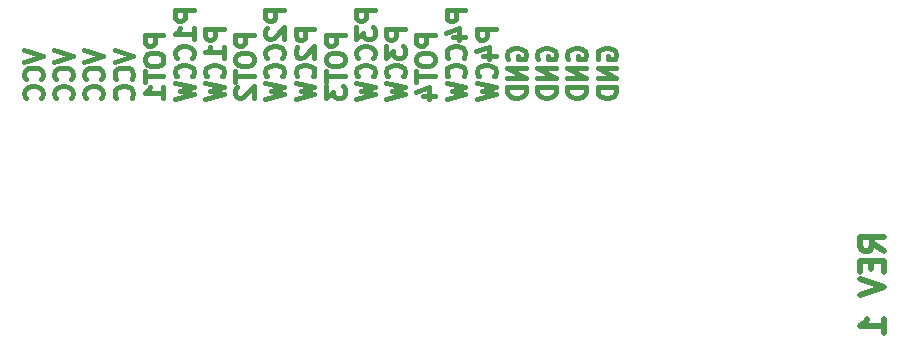
<source format=gbo>
%TF.GenerationSoftware,KiCad,Pcbnew,(6.0.1)*%
%TF.CreationDate,2022-10-07T09:25:07-04:00*%
%TF.ProjectId,MOD-POTS,4d4f442d-504f-4545-932e-6b696361645f,rev?*%
%TF.SameCoordinates,Original*%
%TF.FileFunction,Legend,Bot*%
%TF.FilePolarity,Positive*%
%FSLAX46Y46*%
G04 Gerber Fmt 4.6, Leading zero omitted, Abs format (unit mm)*
G04 Created by KiCad (PCBNEW (6.0.1)) date 2022-10-07 09:25:07*
%MOMM*%
%LPD*%
G01*
G04 APERTURE LIST*
%ADD10C,0.500000*%
%ADD11C,0.396875*%
G04 APERTURE END LIST*
D10*
X187594761Y-62166857D02*
X186642380Y-61500190D01*
X187594761Y-61024000D02*
X185594761Y-61024000D01*
X185594761Y-61785904D01*
X185690000Y-61976380D01*
X185785238Y-62071619D01*
X185975714Y-62166857D01*
X186261428Y-62166857D01*
X186451904Y-62071619D01*
X186547142Y-61976380D01*
X186642380Y-61785904D01*
X186642380Y-61024000D01*
X186547142Y-63024000D02*
X186547142Y-63690666D01*
X187594761Y-63976380D02*
X187594761Y-63024000D01*
X185594761Y-63024000D01*
X185594761Y-63976380D01*
X185594761Y-64547809D02*
X187594761Y-65214476D01*
X185594761Y-65881142D01*
X187594761Y-69119238D02*
X187594761Y-67976380D01*
X187594761Y-68547809D02*
X185594761Y-68547809D01*
X185880476Y-68357333D01*
X186070952Y-68166857D01*
X186166190Y-67976380D01*
D11*
X114803842Y-45141507D02*
X116391342Y-45670674D01*
X114803842Y-46199840D01*
X116240152Y-47636150D02*
X116315747Y-47560555D01*
X116391342Y-47333769D01*
X116391342Y-47182578D01*
X116315747Y-46955793D01*
X116164557Y-46804602D01*
X116013366Y-46729007D01*
X115710985Y-46653412D01*
X115484199Y-46653412D01*
X115181818Y-46729007D01*
X115030628Y-46804602D01*
X114879438Y-46955793D01*
X114803842Y-47182578D01*
X114803842Y-47333769D01*
X114879438Y-47560555D01*
X114955033Y-47636150D01*
X116240152Y-49223650D02*
X116315747Y-49148055D01*
X116391342Y-48921269D01*
X116391342Y-48770078D01*
X116315747Y-48543293D01*
X116164557Y-48392102D01*
X116013366Y-48316507D01*
X115710985Y-48240912D01*
X115484199Y-48240912D01*
X115181818Y-48316507D01*
X115030628Y-48392102D01*
X114879438Y-48543293D01*
X114803842Y-48770078D01*
X114803842Y-48921269D01*
X114879438Y-49148055D01*
X114955033Y-49223650D01*
X117359717Y-45141507D02*
X118947217Y-45670674D01*
X117359717Y-46199840D01*
X118796027Y-47636150D02*
X118871622Y-47560555D01*
X118947217Y-47333769D01*
X118947217Y-47182578D01*
X118871622Y-46955793D01*
X118720432Y-46804602D01*
X118569241Y-46729007D01*
X118266860Y-46653412D01*
X118040074Y-46653412D01*
X117737693Y-46729007D01*
X117586503Y-46804602D01*
X117435313Y-46955793D01*
X117359717Y-47182578D01*
X117359717Y-47333769D01*
X117435313Y-47560555D01*
X117510908Y-47636150D01*
X118796027Y-49223650D02*
X118871622Y-49148055D01*
X118947217Y-48921269D01*
X118947217Y-48770078D01*
X118871622Y-48543293D01*
X118720432Y-48392102D01*
X118569241Y-48316507D01*
X118266860Y-48240912D01*
X118040074Y-48240912D01*
X117737693Y-48316507D01*
X117586503Y-48392102D01*
X117435313Y-48543293D01*
X117359717Y-48770078D01*
X117359717Y-48921269D01*
X117435313Y-49148055D01*
X117510908Y-49223650D01*
X119915592Y-45141507D02*
X121503092Y-45670674D01*
X119915592Y-46199840D01*
X121351902Y-47636150D02*
X121427497Y-47560555D01*
X121503092Y-47333769D01*
X121503092Y-47182578D01*
X121427497Y-46955793D01*
X121276307Y-46804602D01*
X121125116Y-46729007D01*
X120822735Y-46653412D01*
X120595949Y-46653412D01*
X120293568Y-46729007D01*
X120142378Y-46804602D01*
X119991188Y-46955793D01*
X119915592Y-47182578D01*
X119915592Y-47333769D01*
X119991188Y-47560555D01*
X120066783Y-47636150D01*
X121351902Y-49223650D02*
X121427497Y-49148055D01*
X121503092Y-48921269D01*
X121503092Y-48770078D01*
X121427497Y-48543293D01*
X121276307Y-48392102D01*
X121125116Y-48316507D01*
X120822735Y-48240912D01*
X120595949Y-48240912D01*
X120293568Y-48316507D01*
X120142378Y-48392102D01*
X119991188Y-48543293D01*
X119915592Y-48770078D01*
X119915592Y-48921269D01*
X119991188Y-49148055D01*
X120066783Y-49223650D01*
X122471467Y-45141507D02*
X124058967Y-45670674D01*
X122471467Y-46199840D01*
X123907777Y-47636150D02*
X123983372Y-47560555D01*
X124058967Y-47333769D01*
X124058967Y-47182578D01*
X123983372Y-46955793D01*
X123832182Y-46804602D01*
X123680991Y-46729007D01*
X123378610Y-46653412D01*
X123151824Y-46653412D01*
X122849443Y-46729007D01*
X122698253Y-46804602D01*
X122547063Y-46955793D01*
X122471467Y-47182578D01*
X122471467Y-47333769D01*
X122547063Y-47560555D01*
X122622658Y-47636150D01*
X123907777Y-49223650D02*
X123983372Y-49148055D01*
X124058967Y-48921269D01*
X124058967Y-48770078D01*
X123983372Y-48543293D01*
X123832182Y-48392102D01*
X123680991Y-48316507D01*
X123378610Y-48240912D01*
X123151824Y-48240912D01*
X122849443Y-48316507D01*
X122698253Y-48392102D01*
X122547063Y-48543293D01*
X122471467Y-48770078D01*
X122471467Y-48921269D01*
X122547063Y-49148055D01*
X122622658Y-49223650D01*
X126614842Y-43931983D02*
X125027342Y-43931983D01*
X125027342Y-44536745D01*
X125102938Y-44687936D01*
X125178533Y-44763531D01*
X125329723Y-44839126D01*
X125556509Y-44839126D01*
X125707699Y-44763531D01*
X125783295Y-44687936D01*
X125858890Y-44536745D01*
X125858890Y-43931983D01*
X125027342Y-45821864D02*
X125027342Y-46124245D01*
X125102938Y-46275436D01*
X125254128Y-46426626D01*
X125556509Y-46502221D01*
X126085676Y-46502221D01*
X126388057Y-46426626D01*
X126539247Y-46275436D01*
X126614842Y-46124245D01*
X126614842Y-45821864D01*
X126539247Y-45670674D01*
X126388057Y-45519483D01*
X126085676Y-45443888D01*
X125556509Y-45443888D01*
X125254128Y-45519483D01*
X125102938Y-45670674D01*
X125027342Y-45821864D01*
X125027342Y-46955793D02*
X125027342Y-47862936D01*
X126614842Y-47409364D02*
X125027342Y-47409364D01*
X126614842Y-49223650D02*
X126614842Y-48316507D01*
X126614842Y-48770078D02*
X125027342Y-48770078D01*
X125254128Y-48618888D01*
X125405318Y-48467697D01*
X125480914Y-48316507D01*
X129170717Y-41815316D02*
X127583217Y-41815316D01*
X127583217Y-42420078D01*
X127658813Y-42571269D01*
X127734408Y-42646864D01*
X127885598Y-42722459D01*
X128112384Y-42722459D01*
X128263574Y-42646864D01*
X128339170Y-42571269D01*
X128414765Y-42420078D01*
X128414765Y-41815316D01*
X129170717Y-44234364D02*
X129170717Y-43327221D01*
X129170717Y-43780793D02*
X127583217Y-43780793D01*
X127810003Y-43629602D01*
X127961193Y-43478412D01*
X128036789Y-43327221D01*
X129019527Y-45821864D02*
X129095122Y-45746269D01*
X129170717Y-45519483D01*
X129170717Y-45368293D01*
X129095122Y-45141507D01*
X128943932Y-44990316D01*
X128792741Y-44914721D01*
X128490360Y-44839126D01*
X128263574Y-44839126D01*
X127961193Y-44914721D01*
X127810003Y-44990316D01*
X127658813Y-45141507D01*
X127583217Y-45368293D01*
X127583217Y-45519483D01*
X127658813Y-45746269D01*
X127734408Y-45821864D01*
X129019527Y-47409364D02*
X129095122Y-47333769D01*
X129170717Y-47106983D01*
X129170717Y-46955793D01*
X129095122Y-46729007D01*
X128943932Y-46577816D01*
X128792741Y-46502221D01*
X128490360Y-46426626D01*
X128263574Y-46426626D01*
X127961193Y-46502221D01*
X127810003Y-46577816D01*
X127658813Y-46729007D01*
X127583217Y-46955793D01*
X127583217Y-47106983D01*
X127658813Y-47333769D01*
X127734408Y-47409364D01*
X127583217Y-47938531D02*
X129170717Y-48316507D01*
X128036789Y-48618888D01*
X129170717Y-48921269D01*
X127583217Y-49299245D01*
X131726592Y-43402816D02*
X130139092Y-43402816D01*
X130139092Y-44007578D01*
X130214688Y-44158769D01*
X130290283Y-44234364D01*
X130441473Y-44309959D01*
X130668259Y-44309959D01*
X130819449Y-44234364D01*
X130895045Y-44158769D01*
X130970640Y-44007578D01*
X130970640Y-43402816D01*
X131726592Y-45821864D02*
X131726592Y-44914721D01*
X131726592Y-45368293D02*
X130139092Y-45368293D01*
X130365878Y-45217102D01*
X130517068Y-45065912D01*
X130592664Y-44914721D01*
X131575402Y-47409364D02*
X131650997Y-47333769D01*
X131726592Y-47106983D01*
X131726592Y-46955793D01*
X131650997Y-46729007D01*
X131499807Y-46577816D01*
X131348616Y-46502221D01*
X131046235Y-46426626D01*
X130819449Y-46426626D01*
X130517068Y-46502221D01*
X130365878Y-46577816D01*
X130214688Y-46729007D01*
X130139092Y-46955793D01*
X130139092Y-47106983D01*
X130214688Y-47333769D01*
X130290283Y-47409364D01*
X130139092Y-47938531D02*
X131726592Y-48316507D01*
X130592664Y-48618888D01*
X131726592Y-48921269D01*
X130139092Y-49299245D01*
X134282467Y-43931983D02*
X132694967Y-43931983D01*
X132694967Y-44536745D01*
X132770563Y-44687936D01*
X132846158Y-44763531D01*
X132997348Y-44839126D01*
X133224134Y-44839126D01*
X133375324Y-44763531D01*
X133450920Y-44687936D01*
X133526515Y-44536745D01*
X133526515Y-43931983D01*
X132694967Y-45821864D02*
X132694967Y-46124245D01*
X132770563Y-46275436D01*
X132921753Y-46426626D01*
X133224134Y-46502221D01*
X133753301Y-46502221D01*
X134055682Y-46426626D01*
X134206872Y-46275436D01*
X134282467Y-46124245D01*
X134282467Y-45821864D01*
X134206872Y-45670674D01*
X134055682Y-45519483D01*
X133753301Y-45443888D01*
X133224134Y-45443888D01*
X132921753Y-45519483D01*
X132770563Y-45670674D01*
X132694967Y-45821864D01*
X132694967Y-46955793D02*
X132694967Y-47862936D01*
X134282467Y-47409364D02*
X132694967Y-47409364D01*
X132846158Y-48316507D02*
X132770563Y-48392102D01*
X132694967Y-48543293D01*
X132694967Y-48921269D01*
X132770563Y-49072459D01*
X132846158Y-49148055D01*
X132997348Y-49223650D01*
X133148539Y-49223650D01*
X133375324Y-49148055D01*
X134282467Y-48240912D01*
X134282467Y-49223650D01*
X136838342Y-41815316D02*
X135250842Y-41815316D01*
X135250842Y-42420078D01*
X135326438Y-42571269D01*
X135402033Y-42646864D01*
X135553223Y-42722459D01*
X135780009Y-42722459D01*
X135931199Y-42646864D01*
X136006795Y-42571269D01*
X136082390Y-42420078D01*
X136082390Y-41815316D01*
X135402033Y-43327221D02*
X135326438Y-43402816D01*
X135250842Y-43554007D01*
X135250842Y-43931983D01*
X135326438Y-44083174D01*
X135402033Y-44158769D01*
X135553223Y-44234364D01*
X135704414Y-44234364D01*
X135931199Y-44158769D01*
X136838342Y-43251626D01*
X136838342Y-44234364D01*
X136687152Y-45821864D02*
X136762747Y-45746269D01*
X136838342Y-45519483D01*
X136838342Y-45368293D01*
X136762747Y-45141507D01*
X136611557Y-44990316D01*
X136460366Y-44914721D01*
X136157985Y-44839126D01*
X135931199Y-44839126D01*
X135628818Y-44914721D01*
X135477628Y-44990316D01*
X135326438Y-45141507D01*
X135250842Y-45368293D01*
X135250842Y-45519483D01*
X135326438Y-45746269D01*
X135402033Y-45821864D01*
X136687152Y-47409364D02*
X136762747Y-47333769D01*
X136838342Y-47106983D01*
X136838342Y-46955793D01*
X136762747Y-46729007D01*
X136611557Y-46577816D01*
X136460366Y-46502221D01*
X136157985Y-46426626D01*
X135931199Y-46426626D01*
X135628818Y-46502221D01*
X135477628Y-46577816D01*
X135326438Y-46729007D01*
X135250842Y-46955793D01*
X135250842Y-47106983D01*
X135326438Y-47333769D01*
X135402033Y-47409364D01*
X135250842Y-47938531D02*
X136838342Y-48316507D01*
X135704414Y-48618888D01*
X136838342Y-48921269D01*
X135250842Y-49299245D01*
X139394217Y-43402816D02*
X137806717Y-43402816D01*
X137806717Y-44007578D01*
X137882313Y-44158769D01*
X137957908Y-44234364D01*
X138109098Y-44309959D01*
X138335884Y-44309959D01*
X138487074Y-44234364D01*
X138562670Y-44158769D01*
X138638265Y-44007578D01*
X138638265Y-43402816D01*
X137957908Y-44914721D02*
X137882313Y-44990316D01*
X137806717Y-45141507D01*
X137806717Y-45519483D01*
X137882313Y-45670674D01*
X137957908Y-45746269D01*
X138109098Y-45821864D01*
X138260289Y-45821864D01*
X138487074Y-45746269D01*
X139394217Y-44839126D01*
X139394217Y-45821864D01*
X139243027Y-47409364D02*
X139318622Y-47333769D01*
X139394217Y-47106983D01*
X139394217Y-46955793D01*
X139318622Y-46729007D01*
X139167432Y-46577816D01*
X139016241Y-46502221D01*
X138713860Y-46426626D01*
X138487074Y-46426626D01*
X138184693Y-46502221D01*
X138033503Y-46577816D01*
X137882313Y-46729007D01*
X137806717Y-46955793D01*
X137806717Y-47106983D01*
X137882313Y-47333769D01*
X137957908Y-47409364D01*
X137806717Y-47938531D02*
X139394217Y-48316507D01*
X138260289Y-48618888D01*
X139394217Y-48921269D01*
X137806717Y-49299245D01*
X141950092Y-43931983D02*
X140362592Y-43931983D01*
X140362592Y-44536745D01*
X140438188Y-44687936D01*
X140513783Y-44763531D01*
X140664973Y-44839126D01*
X140891759Y-44839126D01*
X141042949Y-44763531D01*
X141118545Y-44687936D01*
X141194140Y-44536745D01*
X141194140Y-43931983D01*
X140362592Y-45821864D02*
X140362592Y-46124245D01*
X140438188Y-46275436D01*
X140589378Y-46426626D01*
X140891759Y-46502221D01*
X141420926Y-46502221D01*
X141723307Y-46426626D01*
X141874497Y-46275436D01*
X141950092Y-46124245D01*
X141950092Y-45821864D01*
X141874497Y-45670674D01*
X141723307Y-45519483D01*
X141420926Y-45443888D01*
X140891759Y-45443888D01*
X140589378Y-45519483D01*
X140438188Y-45670674D01*
X140362592Y-45821864D01*
X140362592Y-46955793D02*
X140362592Y-47862936D01*
X141950092Y-47409364D02*
X140362592Y-47409364D01*
X140362592Y-48240912D02*
X140362592Y-49223650D01*
X140967354Y-48694483D01*
X140967354Y-48921269D01*
X141042949Y-49072459D01*
X141118545Y-49148055D01*
X141269735Y-49223650D01*
X141647711Y-49223650D01*
X141798902Y-49148055D01*
X141874497Y-49072459D01*
X141950092Y-48921269D01*
X141950092Y-48467697D01*
X141874497Y-48316507D01*
X141798902Y-48240912D01*
X144505967Y-41815316D02*
X142918467Y-41815316D01*
X142918467Y-42420078D01*
X142994063Y-42571269D01*
X143069658Y-42646864D01*
X143220848Y-42722459D01*
X143447634Y-42722459D01*
X143598824Y-42646864D01*
X143674420Y-42571269D01*
X143750015Y-42420078D01*
X143750015Y-41815316D01*
X142918467Y-43251626D02*
X142918467Y-44234364D01*
X143523229Y-43705197D01*
X143523229Y-43931983D01*
X143598824Y-44083174D01*
X143674420Y-44158769D01*
X143825610Y-44234364D01*
X144203586Y-44234364D01*
X144354777Y-44158769D01*
X144430372Y-44083174D01*
X144505967Y-43931983D01*
X144505967Y-43478412D01*
X144430372Y-43327221D01*
X144354777Y-43251626D01*
X144354777Y-45821864D02*
X144430372Y-45746269D01*
X144505967Y-45519483D01*
X144505967Y-45368293D01*
X144430372Y-45141507D01*
X144279182Y-44990316D01*
X144127991Y-44914721D01*
X143825610Y-44839126D01*
X143598824Y-44839126D01*
X143296443Y-44914721D01*
X143145253Y-44990316D01*
X142994063Y-45141507D01*
X142918467Y-45368293D01*
X142918467Y-45519483D01*
X142994063Y-45746269D01*
X143069658Y-45821864D01*
X144354777Y-47409364D02*
X144430372Y-47333769D01*
X144505967Y-47106983D01*
X144505967Y-46955793D01*
X144430372Y-46729007D01*
X144279182Y-46577816D01*
X144127991Y-46502221D01*
X143825610Y-46426626D01*
X143598824Y-46426626D01*
X143296443Y-46502221D01*
X143145253Y-46577816D01*
X142994063Y-46729007D01*
X142918467Y-46955793D01*
X142918467Y-47106983D01*
X142994063Y-47333769D01*
X143069658Y-47409364D01*
X142918467Y-47938531D02*
X144505967Y-48316507D01*
X143372039Y-48618888D01*
X144505967Y-48921269D01*
X142918467Y-49299245D01*
X147061842Y-43402816D02*
X145474342Y-43402816D01*
X145474342Y-44007578D01*
X145549938Y-44158769D01*
X145625533Y-44234364D01*
X145776723Y-44309959D01*
X146003509Y-44309959D01*
X146154699Y-44234364D01*
X146230295Y-44158769D01*
X146305890Y-44007578D01*
X146305890Y-43402816D01*
X145474342Y-44839126D02*
X145474342Y-45821864D01*
X146079104Y-45292697D01*
X146079104Y-45519483D01*
X146154699Y-45670674D01*
X146230295Y-45746269D01*
X146381485Y-45821864D01*
X146759461Y-45821864D01*
X146910652Y-45746269D01*
X146986247Y-45670674D01*
X147061842Y-45519483D01*
X147061842Y-45065912D01*
X146986247Y-44914721D01*
X146910652Y-44839126D01*
X146910652Y-47409364D02*
X146986247Y-47333769D01*
X147061842Y-47106983D01*
X147061842Y-46955793D01*
X146986247Y-46729007D01*
X146835057Y-46577816D01*
X146683866Y-46502221D01*
X146381485Y-46426626D01*
X146154699Y-46426626D01*
X145852318Y-46502221D01*
X145701128Y-46577816D01*
X145549938Y-46729007D01*
X145474342Y-46955793D01*
X145474342Y-47106983D01*
X145549938Y-47333769D01*
X145625533Y-47409364D01*
X145474342Y-47938531D02*
X147061842Y-48316507D01*
X145927914Y-48618888D01*
X147061842Y-48921269D01*
X145474342Y-49299245D01*
X149617717Y-43931983D02*
X148030217Y-43931983D01*
X148030217Y-44536745D01*
X148105813Y-44687936D01*
X148181408Y-44763531D01*
X148332598Y-44839126D01*
X148559384Y-44839126D01*
X148710574Y-44763531D01*
X148786170Y-44687936D01*
X148861765Y-44536745D01*
X148861765Y-43931983D01*
X148030217Y-45821864D02*
X148030217Y-46124245D01*
X148105813Y-46275436D01*
X148257003Y-46426626D01*
X148559384Y-46502221D01*
X149088551Y-46502221D01*
X149390932Y-46426626D01*
X149542122Y-46275436D01*
X149617717Y-46124245D01*
X149617717Y-45821864D01*
X149542122Y-45670674D01*
X149390932Y-45519483D01*
X149088551Y-45443888D01*
X148559384Y-45443888D01*
X148257003Y-45519483D01*
X148105813Y-45670674D01*
X148030217Y-45821864D01*
X148030217Y-46955793D02*
X148030217Y-47862936D01*
X149617717Y-47409364D02*
X148030217Y-47409364D01*
X148559384Y-49072459D02*
X149617717Y-49072459D01*
X147954622Y-48694483D02*
X149088551Y-48316507D01*
X149088551Y-49299245D01*
X152173592Y-41815316D02*
X150586092Y-41815316D01*
X150586092Y-42420078D01*
X150661688Y-42571269D01*
X150737283Y-42646864D01*
X150888473Y-42722459D01*
X151115259Y-42722459D01*
X151266449Y-42646864D01*
X151342045Y-42571269D01*
X151417640Y-42420078D01*
X151417640Y-41815316D01*
X151115259Y-44083174D02*
X152173592Y-44083174D01*
X150510497Y-43705197D02*
X151644426Y-43327221D01*
X151644426Y-44309959D01*
X152022402Y-45821864D02*
X152097997Y-45746269D01*
X152173592Y-45519483D01*
X152173592Y-45368293D01*
X152097997Y-45141507D01*
X151946807Y-44990316D01*
X151795616Y-44914721D01*
X151493235Y-44839126D01*
X151266449Y-44839126D01*
X150964068Y-44914721D01*
X150812878Y-44990316D01*
X150661688Y-45141507D01*
X150586092Y-45368293D01*
X150586092Y-45519483D01*
X150661688Y-45746269D01*
X150737283Y-45821864D01*
X152022402Y-47409364D02*
X152097997Y-47333769D01*
X152173592Y-47106983D01*
X152173592Y-46955793D01*
X152097997Y-46729007D01*
X151946807Y-46577816D01*
X151795616Y-46502221D01*
X151493235Y-46426626D01*
X151266449Y-46426626D01*
X150964068Y-46502221D01*
X150812878Y-46577816D01*
X150661688Y-46729007D01*
X150586092Y-46955793D01*
X150586092Y-47106983D01*
X150661688Y-47333769D01*
X150737283Y-47409364D01*
X150586092Y-47938531D02*
X152173592Y-48316507D01*
X151039664Y-48618888D01*
X152173592Y-48921269D01*
X150586092Y-49299245D01*
X154729467Y-43402816D02*
X153141967Y-43402816D01*
X153141967Y-44007578D01*
X153217563Y-44158769D01*
X153293158Y-44234364D01*
X153444348Y-44309959D01*
X153671134Y-44309959D01*
X153822324Y-44234364D01*
X153897920Y-44158769D01*
X153973515Y-44007578D01*
X153973515Y-43402816D01*
X153671134Y-45670674D02*
X154729467Y-45670674D01*
X153066372Y-45292697D02*
X154200301Y-44914721D01*
X154200301Y-45897459D01*
X154578277Y-47409364D02*
X154653872Y-47333769D01*
X154729467Y-47106983D01*
X154729467Y-46955793D01*
X154653872Y-46729007D01*
X154502682Y-46577816D01*
X154351491Y-46502221D01*
X154049110Y-46426626D01*
X153822324Y-46426626D01*
X153519943Y-46502221D01*
X153368753Y-46577816D01*
X153217563Y-46729007D01*
X153141967Y-46955793D01*
X153141967Y-47106983D01*
X153217563Y-47333769D01*
X153293158Y-47409364D01*
X153141967Y-47938531D02*
X154729467Y-48316507D01*
X153595539Y-48618888D01*
X154729467Y-48921269D01*
X153141967Y-49299245D01*
X155773438Y-45897459D02*
X155697842Y-45746269D01*
X155697842Y-45519483D01*
X155773438Y-45292697D01*
X155924628Y-45141507D01*
X156075818Y-45065912D01*
X156378199Y-44990316D01*
X156604985Y-44990316D01*
X156907366Y-45065912D01*
X157058557Y-45141507D01*
X157209747Y-45292697D01*
X157285342Y-45519483D01*
X157285342Y-45670674D01*
X157209747Y-45897459D01*
X157134152Y-45973055D01*
X156604985Y-45973055D01*
X156604985Y-45670674D01*
X157285342Y-46653412D02*
X155697842Y-46653412D01*
X157285342Y-47560555D01*
X155697842Y-47560555D01*
X157285342Y-48316507D02*
X155697842Y-48316507D01*
X155697842Y-48694483D01*
X155773438Y-48921269D01*
X155924628Y-49072459D01*
X156075818Y-49148055D01*
X156378199Y-49223650D01*
X156604985Y-49223650D01*
X156907366Y-49148055D01*
X157058557Y-49072459D01*
X157209747Y-48921269D01*
X157285342Y-48694483D01*
X157285342Y-48316507D01*
X158329313Y-45897459D02*
X158253717Y-45746269D01*
X158253717Y-45519483D01*
X158329313Y-45292697D01*
X158480503Y-45141507D01*
X158631693Y-45065912D01*
X158934074Y-44990316D01*
X159160860Y-44990316D01*
X159463241Y-45065912D01*
X159614432Y-45141507D01*
X159765622Y-45292697D01*
X159841217Y-45519483D01*
X159841217Y-45670674D01*
X159765622Y-45897459D01*
X159690027Y-45973055D01*
X159160860Y-45973055D01*
X159160860Y-45670674D01*
X159841217Y-46653412D02*
X158253717Y-46653412D01*
X159841217Y-47560555D01*
X158253717Y-47560555D01*
X159841217Y-48316507D02*
X158253717Y-48316507D01*
X158253717Y-48694483D01*
X158329313Y-48921269D01*
X158480503Y-49072459D01*
X158631693Y-49148055D01*
X158934074Y-49223650D01*
X159160860Y-49223650D01*
X159463241Y-49148055D01*
X159614432Y-49072459D01*
X159765622Y-48921269D01*
X159841217Y-48694483D01*
X159841217Y-48316507D01*
X160885188Y-45897459D02*
X160809592Y-45746269D01*
X160809592Y-45519483D01*
X160885188Y-45292697D01*
X161036378Y-45141507D01*
X161187568Y-45065912D01*
X161489949Y-44990316D01*
X161716735Y-44990316D01*
X162019116Y-45065912D01*
X162170307Y-45141507D01*
X162321497Y-45292697D01*
X162397092Y-45519483D01*
X162397092Y-45670674D01*
X162321497Y-45897459D01*
X162245902Y-45973055D01*
X161716735Y-45973055D01*
X161716735Y-45670674D01*
X162397092Y-46653412D02*
X160809592Y-46653412D01*
X162397092Y-47560555D01*
X160809592Y-47560555D01*
X162397092Y-48316507D02*
X160809592Y-48316507D01*
X160809592Y-48694483D01*
X160885188Y-48921269D01*
X161036378Y-49072459D01*
X161187568Y-49148055D01*
X161489949Y-49223650D01*
X161716735Y-49223650D01*
X162019116Y-49148055D01*
X162170307Y-49072459D01*
X162321497Y-48921269D01*
X162397092Y-48694483D01*
X162397092Y-48316507D01*
X163441063Y-45897459D02*
X163365467Y-45746269D01*
X163365467Y-45519483D01*
X163441063Y-45292697D01*
X163592253Y-45141507D01*
X163743443Y-45065912D01*
X164045824Y-44990316D01*
X164272610Y-44990316D01*
X164574991Y-45065912D01*
X164726182Y-45141507D01*
X164877372Y-45292697D01*
X164952967Y-45519483D01*
X164952967Y-45670674D01*
X164877372Y-45897459D01*
X164801777Y-45973055D01*
X164272610Y-45973055D01*
X164272610Y-45670674D01*
X164952967Y-46653412D02*
X163365467Y-46653412D01*
X164952967Y-47560555D01*
X163365467Y-47560555D01*
X164952967Y-48316507D02*
X163365467Y-48316507D01*
X163365467Y-48694483D01*
X163441063Y-48921269D01*
X163592253Y-49072459D01*
X163743443Y-49148055D01*
X164045824Y-49223650D01*
X164272610Y-49223650D01*
X164574991Y-49148055D01*
X164726182Y-49072459D01*
X164877372Y-48921269D01*
X164952967Y-48694483D01*
X164952967Y-48316507D01*
M02*

</source>
